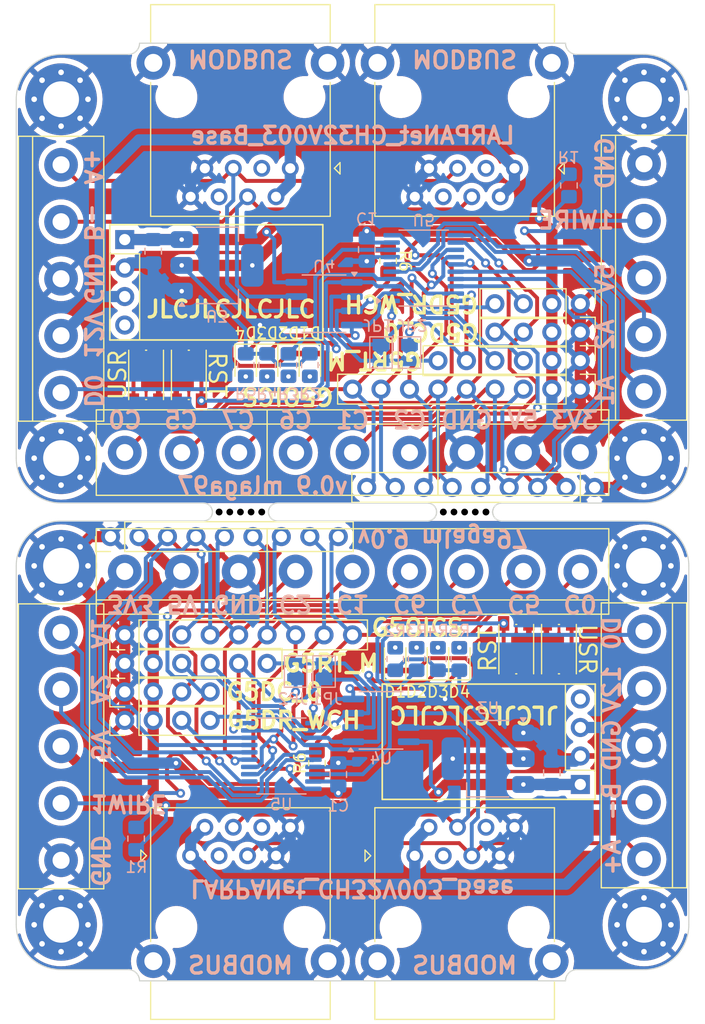
<source format=kicad_pcb>
(kicad_pcb
	(version 20240108)
	(generator "pcbnew")
	(generator_version "8.0")
	(general
		(thickness 1.6)
		(legacy_teardrops no)
	)
	(paper "A4")
	(layers
		(0 "F.Cu" signal "Front")
		(31 "B.Cu" signal "Back")
		(34 "B.Paste" user)
		(35 "F.Paste" user)
		(36 "B.SilkS" user "B.Silkscreen")
		(37 "F.SilkS" user "F.Silkscreen")
		(38 "B.Mask" user)
		(39 "F.Mask" user)
		(44 "Edge.Cuts" user)
		(45 "Margin" user)
		(46 "B.CrtYd" user "B.Courtyard")
		(47 "F.CrtYd" user "F.Courtyard")
		(49 "F.Fab" user)
	)
	(setup
		(stackup
			(layer "F.SilkS"
				(type "Top Silk Screen")
			)
			(layer "F.Paste"
				(type "Top Solder Paste")
			)
			(layer "F.Mask"
				(type "Top Solder Mask")
				(thickness 0.01)
			)
			(layer "F.Cu"
				(type "copper")
				(thickness 0.035)
			)
			(layer "dielectric 1"
				(type "core")
				(thickness 1.51)
				(material "FR4")
				(epsilon_r 4.5)
				(loss_tangent 0.02)
			)
			(layer "B.Cu"
				(type "copper")
				(thickness 0.035)
			)
			(layer "B.Mask"
				(type "Bottom Solder Mask")
				(thickness 0.01)
			)
			(layer "B.Paste"
				(type "Bottom Solder Paste")
			)
			(layer "B.SilkS"
				(type "Bottom Silk Screen")
			)
			(copper_finish "None")
			(dielectric_constraints no)
		)
		(pad_to_mask_clearance 0)
		(allow_soldermask_bridges_in_footprints no)
		(aux_axis_origin 118.5 20)
		(grid_origin 118.5 20)
		(pcbplotparams
			(layerselection 0x00010fc_ffffffff)
			(plot_on_all_layers_selection 0x0000000_00000000)
			(disableapertmacros no)
			(usegerberextensions no)
			(usegerberattributes yes)
			(usegerberadvancedattributes yes)
			(creategerberjobfile yes)
			(dashed_line_dash_ratio 12.000000)
			(dashed_line_gap_ratio 3.000000)
			(svgprecision 4)
			(plotframeref no)
			(viasonmask no)
			(mode 1)
			(useauxorigin no)
			(hpglpennumber 1)
			(hpglpenspeed 20)
			(hpglpendiameter 15.000000)
			(pdf_front_fp_property_popups yes)
			(pdf_back_fp_property_popups yes)
			(dxfpolygonmode yes)
			(dxfimperialunits yes)
			(dxfusepcbnewfont yes)
			(psnegative no)
			(psa4output no)
			(plotreference yes)
			(plotvalue yes)
			(plotfptext yes)
			(plotinvisibletext no)
			(sketchpadsonfab no)
			(subtractmaskfromsilk no)
			(outputformat 1)
			(mirror no)
			(drillshape 1)
			(scaleselection 1)
			(outputdirectory "")
		)
	)
	(net 0 "")
	(net 1 "Board_0-12V")
	(net 2 "Board_0-3.3V")
	(net 3 "Board_0-5V")
	(net 4 "Board_0-A+")
	(net 5 "Board_0-B-")
	(net 6 "Board_0-DALLAS")
	(net 7 "Board_0-GND")
	(net 8 "Board_0-MODBUS_DE")
	(net 9 "Board_0-MODBUS_RE")
	(net 10 "Board_0-MODBUS_RX")
	(net 11 "Board_0-MODBUS_TX")
	(net 12 "Board_0-NRST")
	(net 13 "Board_0-Net-(D1-A)")
	(net 14 "Board_0-Net-(D2-A)")
	(net 15 "Board_0-Net-(D3-A)")
	(net 16 "Board_0-Net-(D4-A)")
	(net 17 "Board_0-PA1")
	(net 18 "Board_0-PA2")
	(net 19 "Board_0-PC3")
	(net 20 "Board_0-PD2")
	(net 21 "Board_0-SCL")
	(net 22 "Board_0-SDA")
	(net 23 "Board_0-SPI_MISO")
	(net 24 "Board_0-SPI_MOSI")
	(net 25 "Board_0-SPI_SCK")
	(net 26 "Board_0-SPI_SS")
	(net 27 "Board_0-STATUS_LED")
	(net 28 "Board_0-SWIO")
	(net 29 "Board_0-USER_BUTTON")
	(net 30 "Board_0-unconnected-(J1-Pad3)")
	(net 31 "Board_0-unconnected-(J1-Pad6)")
	(net 32 "Board_0-unconnected-(J2-Pad3)")
	(net 33 "Board_0-unconnected-(J2-Pad6)")
	(net 34 "Board_0-unconnected-(J5-Pin_4-Pad4)")
	(net 35 "Board_1-12V")
	(net 36 "Board_1-3.3V")
	(net 37 "Board_1-5V")
	(net 38 "Board_1-A+")
	(net 39 "Board_1-B-")
	(net 40 "Board_1-DALLAS")
	(net 41 "Board_1-GND")
	(net 42 "Board_1-MODBUS_DE")
	(net 43 "Board_1-MODBUS_RE")
	(net 44 "Board_1-MODBUS_RX")
	(net 45 "Board_1-MODBUS_TX")
	(net 46 "Board_1-NRST")
	(net 47 "Board_1-Net-(D1-A)")
	(net 48 "Board_1-Net-(D2-A)")
	(net 49 "Board_1-Net-(D3-A)")
	(net 50 "Board_1-Net-(D4-A)")
	(net 51 "Board_1-PA1")
	(net 52 "Board_1-PA2")
	(net 53 "Board_1-PC3")
	(net 54 "Board_1-PD2")
	(net 55 "Board_1-SCL")
	(net 56 "Board_1-SDA")
	(net 57 "Board_1-SPI_MISO")
	(net 58 "Board_1-SPI_MOSI")
	(net 59 "Board_1-SPI_SCK")
	(net 60 "Board_1-SPI_SS")
	(net 61 "Board_1-STATUS_LED")
	(net 62 "Board_1-SWIO")
	(net 63 "Board_1-USER_BUTTON")
	(net 64 "Board_1-unconnected-(J1-Pad3)")
	(net 65 "Board_1-unconnected-(J1-Pad6)")
	(net 66 "Board_1-unconnected-(J2-Pad3)")
	(net 67 "Board_1-unconnected-(J2-Pad6)")
	(net 68 "Board_1-unconnected-(J5-Pin_4-Pad4)")
	(footprint "NPTH" (layer "F.Cu") (at 140.401 61.8))
	(footprint "TerminalBlock:TerminalBlock_bornier-5_P5.08mm" (layer "F.Cu") (at 174.5 30.75 -90))
	(footprint "Connector_PinHeader_2.54mm:PinHeader_1x04_P2.54mm_Vertical" (layer "F.Cu") (at 168.82 86.09 180))
	(footprint "NPTH" (layer "F.Cu") (at 159.450499 61.8))
	(footprint "LED_SMD:LED_0805_2012Metric_Pad1.15x1.40mm_HandSolder" (layer "F.Cu") (at 138.975 48.695 -90))
	(footprint "Connector_RJ:RJ45_Ninigi_GE" (layer "F.Cu") (at 142.945 31.155 180))
	(footprint "Connector_PinHeader_2.54mm:PinHeader_1x04_P2.54mm_Vertical" (layer "F.Cu") (at 128.18 77.835 90))
	(footprint "NPTH" (layer "F.Cu") (at 156.599 61.8))
	(footprint "LED_SMD:LED_0805_2012Metric_Pad1.15x1.40mm_HandSolder" (layer "F.Cu") (at 152.31 74.905 90))
	(footprint "MountingHole:MountingHole_3.2mm_M3_Pad_Via" (layer "F.Cu") (at 174.5 66.6))
	(footprint "NPTH" (layer "F.Cu") (at 140.401 61.8))
	(footprint "NPTH" (layer "F.Cu") (at 160.400999 61.8))
	(footprint "NPTH" (layer "F.Cu") (at 160.400999 61.8))
	(footprint "Connector_RJ:RJ45_Ninigi_GE" (layer "F.Cu") (at 134.055 92.445))
	(footprint "NPTH" (layer "F.Cu") (at 136.599001 61.8))
	(footprint "Button_Switch_SMD:SW_Push_1P1T_NO_CK_KMR2" (layer "F.Cu") (at 166.915 74.025 -90))
	(footprint "Connector_RJ:RJ45_Ninigi_GE" (layer "F.Cu") (at 154.055 92.445))
	(footprint "Connector_PinHeader_2.54mm:PinHeader_1x09_P2.54mm_Vertical" (layer "F.Cu") (at 126.91 63.992 90))
	(footprint "Connector_PinHeader_2.54mm:PinHeader_1x09_P2.54mm_Vertical" (layer "F.Cu") (at 168.82 50.845 -90))
	(footprint "Connector_PinHeader_2.54mm:PinHeader_1x06_P2.54mm_Vertical" (layer "F.Cu") (at 168.82 48.305 -90))
	(footprint "MountingHole:MountingHole_3.2mm_M3_Pad_Via" (layer "F.Cu") (at 122.5 98.6))
	(footprint "Connector_RJ:RJ45_Ninigi_GE" (layer "F.Cu") (at 162.945 31.155 180))
	(footprint "TerminalBlock:TerminalBlock_bornier-3_P5.08mm" (layer "F.Cu") (at 158.66 67.1))
	(footprint "MountingHole:MountingHole_3.2mm_M3_Pad_Via" (layer "F.Cu") (at 122.5 57 180))
	(footprint "LED_SMD:LED_0805_2012Metric_Pad1.15x1.40mm_HandSolder" (layer "F.Cu") (at 158.025 74.905 90))
	(footprint "NPTH" (layer "F.Cu") (at 139.4505 61.8))
	(footprint "MountingHole:MountingHole_3.2mm_M3_Pad_Via" (layer "F.Cu") (at 122.5 25 180))
	(footprint "MountingHole:MountingHole_3.2mm_M3_Pad_Via" (layer "F.Cu") (at 174.5 98.6))
	(footprint "MountingHole:MountingHole_3.2mm_M3_Pad_Via" (layer "F.Cu") (at 122.5 66.6))
	(footprint "Button_Switch_SMD:SW_Push_1P1T_NO_CK_KMR2" (layer "F.Cu") (at 133.895 49.575 -90))
	(footprint "TerminalBlock:TerminalBlock_bornier-3_P5.08mm" (layer "F.Cu") (at 153.58 56.5 180))
	(footprint "Button_Switch_SMD:SW_Push_1P1T_NO_CK_KMR2" (layer "F.Cu") (at 130.085 49.575 90))
	(footprint "TerminalBlock:TerminalBlock_bornier-3_P5.08mm" (layer "F.Cu") (at 168.82 56.5 180))
	(footprint "Connector_PinHeader_2.54mm:PinHeader_1x04_P2.54mm_Vertical" (layer "F.Cu") (at 128.18 80.375 90))
	(footprint "LED_SMD:LED_0805_2012Metric_Pad1.15x1.40mm_HandSolder" (layer "F.Cu") (at 156.12 74.905 90))
	(footprint "MountingHole:MountingHole_3.2mm_M3_Pad_Via" (layer "F.Cu") (at 174.5 57 180))
	(footprint "Connector_PinHeader_2.54mm:PinHeader_1x06_P2.54mm_Vertical" (layer "F.Cu") (at 128.18 75.295 90))
	(footprint "Connector_PinHeader_2.54mm:PinHeader_1x04_P2.54mm_Vertical" (layer "F.Cu") (at 168.82 43.225 -90))
	(footprint "Connector_PinHeader_2.54mm:PinHeader_1x09_P2.54mm_Vertical" (layer "F.Cu") (at 128.18 72.755 90))
	(footprint "LED_SMD:LED_0805_2012Metric_Pad1.15x1.40mm_HandSolder" (layer "F.Cu") (at 154.215 74.905 90))
	(footprint "TerminalBlock:TerminalBlock_bornier-3_P5.08mm" (layer "F.Cu") (at 128.18 67.1))
	(footprint "Connector_PinHeader_2.54mm:PinHeader_1x04_P2.54mm_Vertical"
		(layer "F.Cu")
		(uuid "b4bd2a32-dcf3-4671-9e32-49822eebc735")
		(at 168.82 45.765 -90)
		(descr "Through hole straight pin header, 1x04, 2.54mm pitch, single row")
		(tags "Through hole pin header THT 1x04 2.54mm single row")
		(property "Reference" "J20"
			(at 0 -2.33 -90)
			(unlocked yes)
			(layer "F.SilkS")
			(hide yes)
			(uuid "a3cffe5f-2879-4493-83e3-a6eaebfcc5c7")
			(effects
				(font
					(size 1 1)
					(thickness 0.15)
				)
			)
		)
		(property "Value" "Conn_01x04_Pin"
			(at 0 9.95 -90)
			(unlocked yes)
			(layer "F.Fab")
			(uuid "b2f283cc-fac2-4411-872d-41db40d89113")
			(effects
				(font
					(size 1 1)
					(thickness 0.15)
				)
			)
		)
		(property "Footprint" "Connector_PinHeader_2.54mm:PinHeader_1x04_P2.54mm_Vertical"
			(at 0 0 -90)
			(unlocked yes)
			(layer "F.Fab")
			(hide yes)
			(uuid "cac03282-bda1-4131-80db-db9c24024324")
			(effects
				(font
					(size 1.27 1.27)
					(thickness 0.15)
				)
			)
		)
		(property "Datasheet" ""
			(at 0 0 -90)
			(unlocked yes)
			(layer "F
... [993875 chars truncated]
</source>
